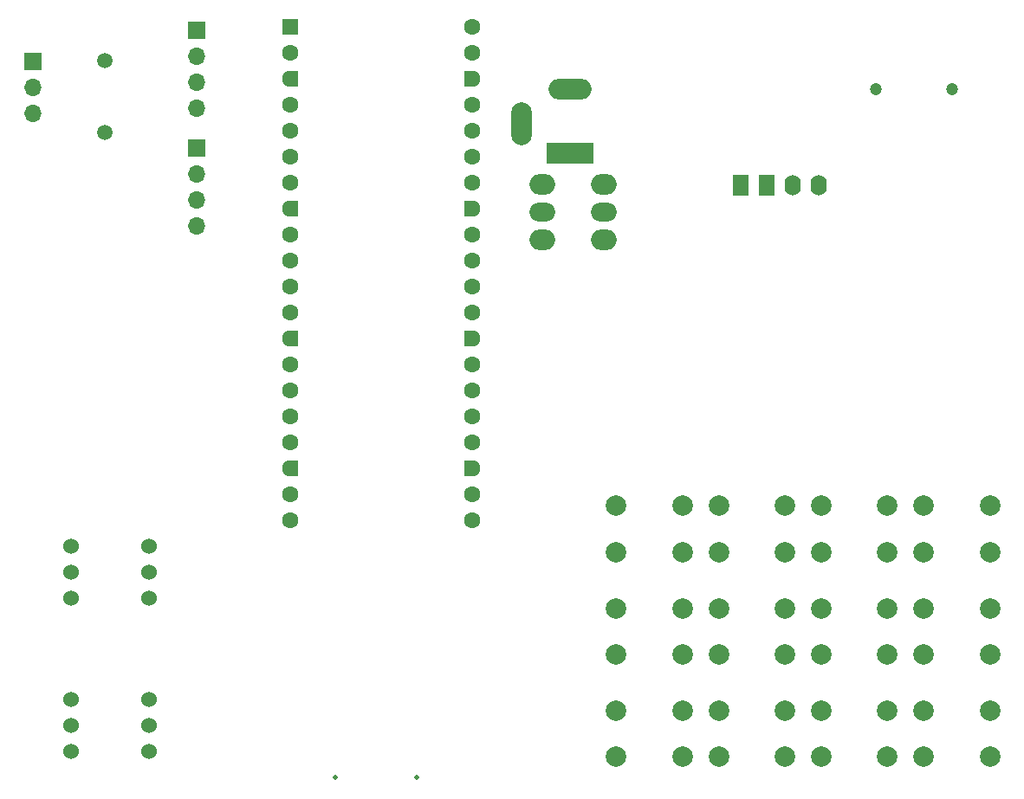
<source format=gbr>
%TF.GenerationSoftware,KiCad,Pcbnew,8.0.8*%
%TF.CreationDate,2025-04-26T14:11:06+03:00*%
%TF.ProjectId,rpi_pico_media_board,7270695f-7069-4636-9f5f-6d656469615f,rev?*%
%TF.SameCoordinates,Original*%
%TF.FileFunction,Soldermask,Bot*%
%TF.FilePolarity,Negative*%
%FSLAX46Y46*%
G04 Gerber Fmt 4.6, Leading zero omitted, Abs format (unit mm)*
G04 Created by KiCad (PCBNEW 8.0.8) date 2025-04-26 14:11:06*
%MOMM*%
%LPD*%
G01*
G04 APERTURE LIST*
G04 Aperture macros list*
%AMRoundRect*
0 Rectangle with rounded corners*
0 $1 Rounding radius*
0 $2 $3 $4 $5 $6 $7 $8 $9 X,Y pos of 4 corners*
0 Add a 4 corners polygon primitive as box body*
4,1,4,$2,$3,$4,$5,$6,$7,$8,$9,$2,$3,0*
0 Add four circle primitives for the rounded corners*
1,1,$1+$1,$2,$3*
1,1,$1+$1,$4,$5*
1,1,$1+$1,$6,$7*
1,1,$1+$1,$8,$9*
0 Add four rect primitives between the rounded corners*
20,1,$1+$1,$2,$3,$4,$5,0*
20,1,$1+$1,$4,$5,$6,$7,0*
20,1,$1+$1,$6,$7,$8,$9,0*
20,1,$1+$1,$8,$9,$2,$3,0*%
%AMFreePoly0*
4,1,28,0.605014,0.794986,0.644504,0.794986,0.724698,0.756366,0.780194,0.686777,0.800000,0.600000,0.800000,-0.600000,0.780194,-0.686777,0.724698,-0.756366,0.644504,-0.794986,0.605014,-0.794986,0.600000,-0.800000,0.000000,-0.800000,-0.178017,-0.779942,-0.347107,-0.720775,-0.498792,-0.625465,-0.625465,-0.498792,-0.720775,-0.347107,-0.779942,-0.178017,-0.800000,0.000000,-0.779942,0.178017,
-0.720775,0.347107,-0.625465,0.498792,-0.498792,0.625465,-0.347107,0.720775,-0.178017,0.779942,0.000000,0.800000,0.600000,0.800000,0.605014,0.794986,0.605014,0.794986,$1*%
%AMFreePoly1*
4,1,28,0.178017,0.779942,0.347107,0.720775,0.498792,0.625465,0.625465,0.498792,0.720775,0.347107,0.779942,0.178017,0.800000,0.000000,0.779942,-0.178017,0.720775,-0.347107,0.625465,-0.498792,0.498792,-0.625465,0.347107,-0.720775,0.178017,-0.779942,0.000000,-0.800000,-0.600000,-0.800000,-0.605014,-0.794986,-0.644504,-0.794986,-0.724698,-0.756366,-0.780194,-0.686777,-0.800000,-0.600000,
-0.800000,0.600000,-0.780194,0.686777,-0.724698,0.756366,-0.644504,0.794986,-0.605014,0.794986,-0.600000,0.800000,0.000000,0.800000,0.178017,0.779942,0.178017,0.779942,$1*%
G04 Aperture macros list end*
%ADD10O,2.500000X2.000000*%
%ADD11O,2.500000X1.850000*%
%ADD12R,4.600000X2.000000*%
%ADD13O,4.200000X2.000000*%
%ADD14O,2.000000X4.200000*%
%ADD15C,2.000000*%
%ADD16C,1.524000*%
%ADD17R,1.700000X1.700000*%
%ADD18O,1.700000X1.700000*%
%ADD19R,1.600000X2.000000*%
%ADD20O,1.600000X2.000000*%
%ADD21RoundRect,0.200000X-0.600000X-0.600000X0.600000X-0.600000X0.600000X0.600000X-0.600000X0.600000X0*%
%ADD22C,1.600000*%
%ADD23FreePoly0,0.000000*%
%ADD24FreePoly1,0.000000*%
%ADD25C,1.200000*%
%ADD26C,0.500000*%
%ADD27C,1.500000*%
G04 APERTURE END LIST*
D10*
%TO.C,SW200*%
X108250000Y-72490000D03*
D11*
X108250000Y-69750000D03*
D10*
X108250000Y-67010000D03*
X102250000Y-67010000D03*
D11*
X102250000Y-69750000D03*
D10*
X102250000Y-72490000D03*
%TD*%
D12*
%TO.C,J100*%
X105000000Y-64000000D03*
D13*
X105000000Y-57700000D03*
D14*
X100200000Y-61100000D03*
%TD*%
D15*
%TO.C,U511*%
X139500000Y-118500000D03*
X146000000Y-118500000D03*
X139500000Y-123000000D03*
X146000000Y-123000000D03*
%TD*%
%TO.C,U503*%
X139500000Y-98500000D03*
X146000000Y-98500000D03*
X139500000Y-103000000D03*
X146000000Y-103000000D03*
%TD*%
%TO.C,U509*%
X119500000Y-118500000D03*
X126000000Y-118500000D03*
X119500000Y-123000000D03*
X126000000Y-123000000D03*
%TD*%
D16*
%TO.C,U203*%
X63810000Y-120000000D03*
X63810000Y-117460000D03*
X56190000Y-122540000D03*
X63810000Y-122540000D03*
X56190000Y-120000000D03*
X56190000Y-117460000D03*
%TD*%
D17*
%TO.C,J301*%
X52500000Y-55000000D03*
D18*
X52500000Y-57540000D03*
X52500000Y-60080000D03*
%TD*%
D15*
%TO.C,U507*%
X139500000Y-108500000D03*
X146000000Y-108500000D03*
X139500000Y-113000000D03*
X146000000Y-113000000D03*
%TD*%
D19*
%TO.C,Brd600*%
X121630000Y-67150000D03*
X124170000Y-67150000D03*
D20*
X126710000Y-67150000D03*
X129250000Y-67150000D03*
%TD*%
D15*
%TO.C,U501*%
X119500000Y-98500000D03*
X126000000Y-98500000D03*
X119500000Y-103000000D03*
X126000000Y-103000000D03*
%TD*%
D17*
%TO.C,J200*%
X68525000Y-52000000D03*
D18*
X68525000Y-54540000D03*
X68525000Y-57080000D03*
X68525000Y-59620000D03*
%TD*%
D15*
%TO.C,U502*%
X129500000Y-98500000D03*
X136000000Y-98500000D03*
X129500000Y-103000000D03*
X136000000Y-103000000D03*
%TD*%
%TO.C,U504*%
X109500000Y-108500000D03*
X116000000Y-108500000D03*
X109500000Y-113000000D03*
X116000000Y-113000000D03*
%TD*%
D21*
%TO.C,U200*%
X77610000Y-51670000D03*
D22*
X77610000Y-54210000D03*
D23*
X77610000Y-56750000D03*
D22*
X77610000Y-59290000D03*
X77610000Y-61830000D03*
X77610000Y-64370000D03*
X77610000Y-66910000D03*
D23*
X77610000Y-69450000D03*
D22*
X77610000Y-71990000D03*
X77610000Y-74530000D03*
X77610000Y-77070000D03*
X77610000Y-79610000D03*
D23*
X77610000Y-82150000D03*
D22*
X77610000Y-84690000D03*
X77610000Y-87230000D03*
X77610000Y-89770000D03*
X77610000Y-92310000D03*
D23*
X77610000Y-94850000D03*
D22*
X77610000Y-97390000D03*
X77610000Y-99930000D03*
X95390000Y-99930000D03*
X95390000Y-97390000D03*
D24*
X95390000Y-94850000D03*
D22*
X95390000Y-92310000D03*
X95390000Y-89770000D03*
X95390000Y-87230000D03*
X95390000Y-84690000D03*
D24*
X95390000Y-82150000D03*
D22*
X95390000Y-79610000D03*
X95390000Y-77070000D03*
X95390000Y-74530000D03*
X95390000Y-71990000D03*
D24*
X95390000Y-69450000D03*
D22*
X95390000Y-66910000D03*
X95390000Y-64370000D03*
X95390000Y-61830000D03*
X95390000Y-59290000D03*
D24*
X95390000Y-56750000D03*
D22*
X95390000Y-54210000D03*
X95390000Y-51670000D03*
%TD*%
D25*
%TO.C,BT600*%
X142350000Y-57750000D03*
X134850000Y-57750000D03*
%TD*%
D15*
%TO.C,U508*%
X109500000Y-118500000D03*
X116000000Y-118500000D03*
X109500000Y-123000000D03*
X116000000Y-123000000D03*
%TD*%
D26*
%TO.C,J400*%
X81990000Y-125050000D03*
X89990000Y-125050000D03*
%TD*%
D15*
%TO.C,U506*%
X129500000Y-108500000D03*
X136000000Y-108500000D03*
X129500000Y-113000000D03*
X136000000Y-113000000D03*
%TD*%
%TO.C,U500*%
X109500000Y-98500000D03*
X116000000Y-98500000D03*
X109500000Y-103000000D03*
X116000000Y-103000000D03*
%TD*%
D27*
%TO.C,J300*%
X59500000Y-54940000D03*
X59500000Y-61940000D03*
%TD*%
D16*
%TO.C,U202*%
X63810000Y-105000000D03*
X63810000Y-102460000D03*
X56190000Y-107540000D03*
X63810000Y-107540000D03*
X56190000Y-105000000D03*
X56190000Y-102460000D03*
%TD*%
D15*
%TO.C,U510*%
X129500000Y-118500000D03*
X136000000Y-118500000D03*
X129500000Y-123000000D03*
X136000000Y-123000000D03*
%TD*%
%TO.C,U505*%
X119500000Y-108500000D03*
X126000000Y-108500000D03*
X119500000Y-113000000D03*
X126000000Y-113000000D03*
%TD*%
D17*
%TO.C,J201*%
X68525000Y-63500000D03*
D18*
X68525000Y-66040000D03*
X68525000Y-68580000D03*
X68525000Y-71120000D03*
%TD*%
M02*

</source>
